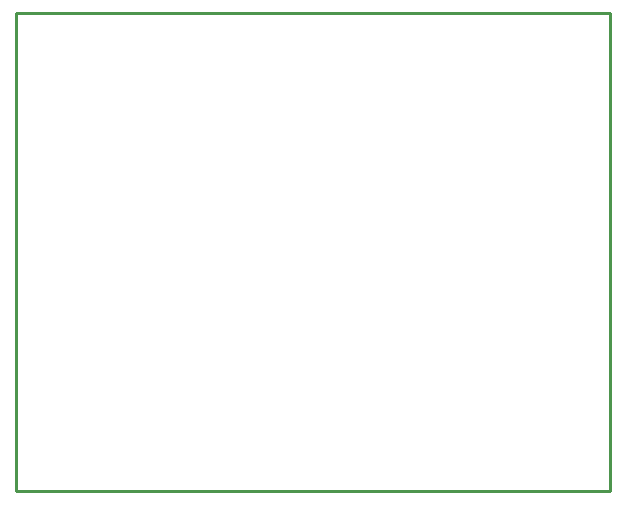
<source format=gbo>
G04*
G04 #@! TF.GenerationSoftware,Altium Limited,Altium Designer,22.9.1 (49)*
G04*
G04 Layer_Color=32896*
%FSLAX44Y44*%
%MOMM*%
G71*
G04*
G04 #@! TF.SameCoordinates,B494E0AD-35FF-4286-8297-05C0B8817D61*
G04*
G04*
G04 #@! TF.FilePolarity,Positive*
G04*
G01*
G75*
%ADD14C,0.2540*%
D14*
X0Y0D02*
X502920D01*
X0Y405130D02*
X502920D01*
Y0D02*
Y405130D01*
X0Y0D02*
Y405130D01*
M02*

</source>
